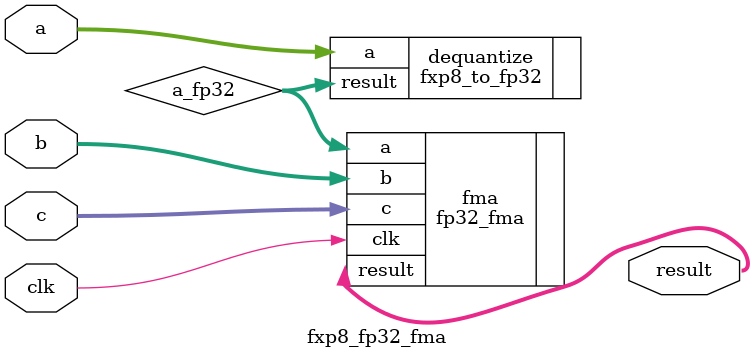
<source format=v>
module fxp8_fp32_fma (
  input clk,
  input [7:0] a,
  input [31:0] b,
  input [31:0] c,
  output [31:0] result
);

  wire [31:0] a_fp32;

  fxp8_to_fp32 dequantize (.a(a), .result(a_fp32));
  fp32_fma fma (.clk(clk), .a(a_fp32), .b(b), .c(c), .result(result));

endmodule




</source>
